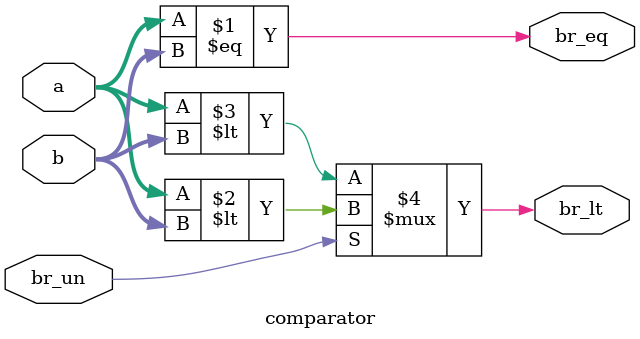
<source format=sv>
module comparator #(
    parameter DWIDTH = 32
) (
    input [DWIDTH-1:0] a,
    input [DWIDTH-1:0] b,
    input br_un,
    output br_eq,
    output br_lt
);

    assign br_eq = (a == b);
    assign br_lt = (br_un) ? (a < b) : ($signed(a) < $signed(b));

endmodule
</source>
